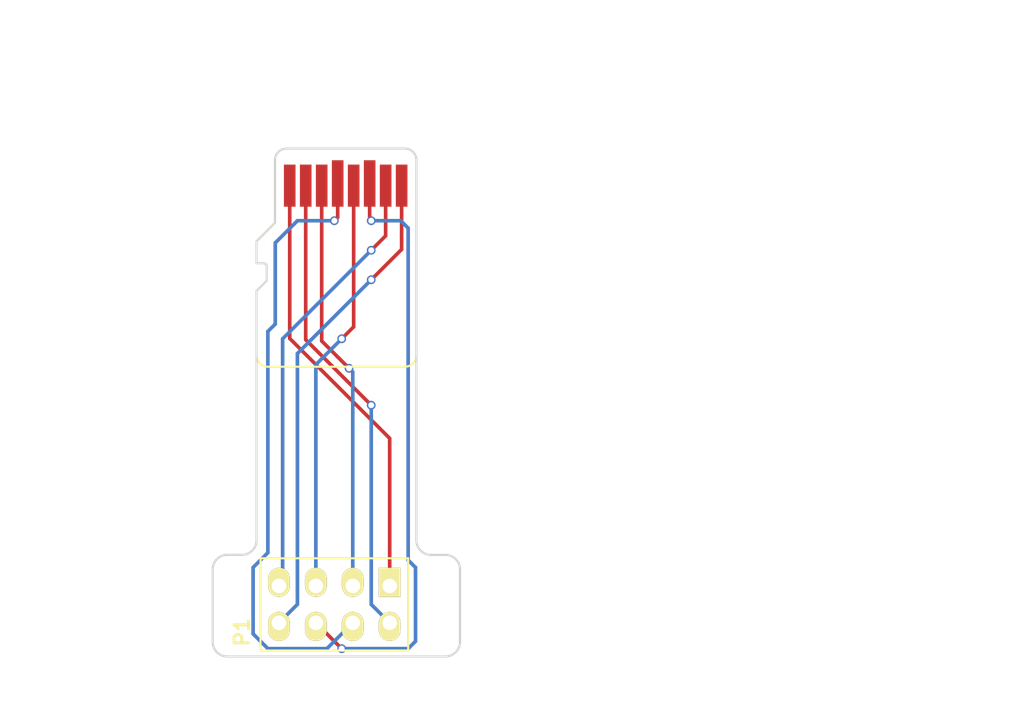
<source format=kicad_pcb>
(kicad_pcb (version 4) (host pcbnew 4.0.2-stable)

  (general
    (links 8)
    (no_connects 0)
    (area 141.924999 89.949937 159.090001 125.075001)
    (thickness 1.6)
    (drawings 38)
    (tracks 55)
    (zones 0)
    (modules 2)
    (nets 9)
  )

  (page A4)
  (title_block
    (title "Micro SD card adapter")
    (date 2016-02-26)
    (rev 1)
    (company SRPOL)
    (comment 1 "Author: Adam Malinowski <a.malinowsk2@partner.samsung.com>")
    (comment 2 "Copyright (c) 2016 Samsung Electronics Co., Ltd All Rights Reserved")
  )

  (layers
    (0 F.Cu signal)
    (31 B.Cu signal)
    (32 B.Adhes user)
    (33 F.Adhes user)
    (34 B.Paste user)
    (35 F.Paste user)
    (36 B.SilkS user)
    (37 F.SilkS user)
    (38 B.Mask user)
    (39 F.Mask user)
    (40 Dwgs.User user)
    (41 Cmts.User user)
    (42 Eco1.User user)
    (43 Eco2.User user)
    (44 Edge.Cuts user)
    (45 Margin user)
    (46 B.CrtYd user)
    (47 F.CrtYd user)
    (48 B.Fab user)
    (49 F.Fab user)
  )

  (setup
    (last_trace_width 0.25)
    (trace_clearance 0.1524)
    (zone_clearance 0.508)
    (zone_45_only no)
    (trace_min 0.1524)
    (segment_width 0.15)
    (edge_width 0.15)
    (via_size 0.6)
    (via_drill 0.4)
    (via_min_size 0.4)
    (via_min_drill 0.3)
    (uvia_size 0.3)
    (uvia_drill 0.1)
    (uvias_allowed no)
    (uvia_min_size 0.2)
    (uvia_min_drill 0.1)
    (pcb_text_width 0.3)
    (pcb_text_size 1.5 1.5)
    (mod_edge_width 0.15)
    (mod_text_size 1 1)
    (mod_text_width 0.15)
    (pad_size 0.8 2.9)
    (pad_drill 0)
    (pad_to_mask_clearance 0.2)
    (aux_axis_origin 0 0)
    (visible_elements FFFFFF7F)
    (pcbplotparams
      (layerselection 0x010f0_80000001)
      (usegerberextensions true)
      (excludeedgelayer true)
      (linewidth 0.200000)
      (plotframeref false)
      (viasonmask false)
      (mode 1)
      (useauxorigin false)
      (hpglpennumber 1)
      (hpglpenspeed 20)
      (hpglpendiameter 15)
      (hpglpenoverlay 2)
      (psnegative false)
      (psa4output false)
      (plotreference true)
      (plotvalue true)
      (plotinvisibletext false)
      (padsonsilk false)
      (subtractmaskfromsilk false)
      (outputformat 1)
      (mirror false)
      (drillshape 0)
      (scaleselection 1)
      (outputdirectory ../../../../../../Desktop/Testing/))
  )

  (net 0 "")
  (net 1 /N8)
  (net 2 /N7)
  (net 3 /N6)
  (net 4 /N5)
  (net 5 /N4)
  (net 6 /N3)
  (net 7 /N2)
  (net 8 /N1)

  (net_class Default "This is the default net class."
    (clearance 0.1524)
    (trace_width 0.25)
    (via_dia 0.6)
    (via_drill 0.4)
    (uvia_dia 0.3)
    (uvia_drill 0.1)
    (add_net /N1)
    (add_net /N2)
    (add_net /N3)
    (add_net /N4)
    (add_net /N5)
    (add_net /N6)
    (add_net /N7)
    (add_net /N8)
  )

  (module connectors:PSB_IDC_4x2 (layer F.Cu) (tedit 57681E36) (tstamp 57681FCA)
    (at 150.368 121.412 180)
    (descr "PINS Box 4x2 2.54")
    (tags "CONN DEV")
    (path /561E0431)
    (fp_text reference P1 (at 6.35 -1.905 270) (layer F.SilkS)
      (effects (font (size 1 1) (thickness 0.2032)))
    )
    (fp_text value CONN_02X04 (at 0 4.445 180) (layer F.SilkS) hide
      (effects (font (size 1 1) (thickness 0.2032)))
    )
    (fp_line (start -5.08 -3.175) (end 5.08 -3.175) (layer F.SilkS) (width 0.15))
    (fp_line (start 5.08 -3.175) (end 5.08 3.175) (layer F.SilkS) (width 0.15))
    (fp_line (start 5.08 3.175) (end -5.08 3.175) (layer F.SilkS) (width 0.15))
    (fp_line (start -5.08 3.175) (end -5.08 -3.175) (layer F.SilkS) (width 0.15))
    (pad 8 thru_hole oval (at 3.81 -1.27 180) (size 1.5 2) (drill 1 (offset 0 -0.25)) (layers *.Cu *.Mask F.SilkS)
      (net 1 /N8))
    (pad 7 thru_hole oval (at 3.81 1.27 180) (size 1.5 2) (drill 1 (offset 0 0.25)) (layers *.Cu *.Mask F.SilkS)
      (net 2 /N7))
    (pad 1 thru_hole rect (at -3.81 1.27 180) (size 1.5 2) (drill 1 (offset 0 0.25)) (layers *.Cu *.Mask F.SilkS)
      (net 8 /N1))
    (pad 2 thru_hole oval (at -3.81 -1.27 180) (size 1.5 2) (drill 1 (offset 0 -0.25)) (layers *.Cu *.Mask F.SilkS)
      (net 7 /N2))
    (pad 3 thru_hole oval (at -1.27 1.27 180) (size 1.5 2) (drill 1 (offset 0 0.25)) (layers *.Cu *.Mask F.SilkS)
      (net 6 /N3))
    (pad 4 thru_hole oval (at -1.27 -1.27 180) (size 1.5 2) (drill 1 (offset 0 -0.25)) (layers *.Cu *.Mask F.SilkS)
      (net 5 /N4))
    (pad 5 thru_hole oval (at 1.27 1.27 180) (size 1.5 2) (drill 1 (offset 0 0.25)) (layers *.Cu *.Mask F.SilkS)
      (net 4 /N5))
    (pad 6 thru_hole oval (at 1.27 -1.27 180) (size 1.5 2) (drill 1 (offset 0 -0.25)) (layers *.Cu *.Mask F.SilkS)
      (net 3 /N6))
  )

  (module connectors:usd (layer F.Cu) (tedit 561E0908) (tstamp 561EEEF7)
    (at 147.3 92.58)
    (path /561E06AA)
    (fp_text reference J1 (at 3.79 2.35) (layer F.SilkS) hide
      (effects (font (size 1 1) (thickness 0.15)))
    )
    (fp_text value usd-plug (at 3.64 -2.55) (layer F.Fab) hide
      (effects (font (size 1 1) (thickness 0.15)))
    )
    (pad 8 smd rect (at 7.7 0) (size 0.8 2.9) (layers F.Cu F.Paste F.Mask)
      (net 1 /N8))
    (pad 7 smd rect (at 6.6 0) (size 0.8 2.9) (layers F.Cu F.Paste F.Mask)
      (net 2 /N7))
    (pad 6 smd rect (at 5.5 -0.15) (size 0.8 3.2) (layers F.Cu F.Paste F.Mask)
      (net 3 /N6))
    (pad 5 smd rect (at 4.4 0) (size 0.8 2.9) (layers F.Cu F.Paste F.Mask)
      (net 4 /N5))
    (pad 4 smd rect (at 3.3 -0.15) (size 0.8 3.2) (layers F.Cu F.Paste F.Mask)
      (net 5 /N4))
    (pad 3 smd rect (at 2.2 0) (size 0.8 2.9) (layers F.Cu F.Paste F.Mask)
      (net 6 /N3))
    (pad 2 smd rect (at 1.1 0) (size 0.8 2.9) (layers F.Cu F.Paste F.Mask)
      (net 7 /N2))
    (pad 1 smd rect (at 0 0) (size 0.8 2.9) (layers F.Cu F.Paste F.Mask)
      (net 8 /N1))
  )

  (gr_line (start 144.015 118) (end 143 118) (angle 90) (layer Edge.Cuts) (width 0.15))
  (gr_line (start 157.015 118.005) (end 158.025 118.005) (angle 90) (layer Edge.Cuts) (width 0.15))
  (gr_arc (start 143 124) (end 143 125) (angle 90) (layer Edge.Cuts) (width 0.15))
  (gr_arc (start 143 119) (end 142 119) (angle 90) (layer Edge.Cuts) (width 0.15))
  (gr_arc (start 158.015 124) (end 159.015 124) (angle 90) (layer Edge.Cuts) (width 0.15))
  (gr_arc (start 158.015 119.005) (end 158.015 118.005) (angle 90) (layer Edge.Cuts) (width 0.15))
  (gr_arc (start 157.015 117.005) (end 157.015 118.005) (angle 90) (layer Edge.Cuts) (width 0.15))
  (gr_line (start 158.015 125) (end 143 125) (angle 90) (layer Edge.Cuts) (width 0.15))
  (gr_line (start 159.015 119.005) (end 159.015 124) (angle 90) (layer Edge.Cuts) (width 0.15))
  (gr_line (start 142 119) (end 142 124) (angle 90) (layer Edge.Cuts) (width 0.15))
  (gr_arc (start 144.015 117) (end 145.015 117) (angle 90) (layer Edge.Cuts) (width 0.15))
  (dimension 17 (width 0.3) (layer Dwgs.User)
    (gr_text "17.000 mm" (at 150.5 130.35) (layer Dwgs.User)
      (effects (font (size 1.5 1.5) (thickness 0.3)))
    )
    (feature1 (pts (xy 159 127) (xy 159 131.7)))
    (feature2 (pts (xy 142 127) (xy 142 131.7)))
    (crossbar (pts (xy 142 129) (xy 159 129)))
    (arrow1a (pts (xy 159 129) (xy 157.873496 129.586421)))
    (arrow1b (pts (xy 159 129) (xy 157.873496 128.413579)))
    (arrow2a (pts (xy 142 129) (xy 143.126504 129.586421)))
    (arrow2b (pts (xy 142 129) (xy 143.126504 128.413579)))
  )
  (dimension 35 (width 0.3) (layer Dwgs.User)
    (gr_text "35.000 mm" (at 133.65 107.5 270) (layer Dwgs.User)
      (effects (font (size 1.5 1.5) (thickness 0.3)))
    )
    (feature1 (pts (xy 147 125) (xy 132.3 125)))
    (feature2 (pts (xy 147 90) (xy 132.3 90)))
    (crossbar (pts (xy 135 90) (xy 135 125)))
    (arrow1a (pts (xy 135 125) (xy 134.413579 123.873496)))
    (arrow1b (pts (xy 135 125) (xy 135.586421 123.873496)))
    (arrow2a (pts (xy 135 90) (xy 134.413579 91.126504)))
    (arrow2b (pts (xy 135 90) (xy 135.586421 91.126504)))
  )
  (gr_line (start 156.4 89.95) (end 157.3 89.6) (layer Cmts.User) (width 0.15))
  (gr_line (start 156.4 89.95) (end 156.75 89.05) (layer Cmts.User) (width 0.15))
  (gr_text "2. Contacts coppered with gold" (at 179.55 83.4) (layer Cmts.User)
    (effects (font (size 1.5 1.5) (thickness 0.1)))
  )
  (gr_line (start 161.65 84.6) (end 197.75 84.6) (layer Cmts.User) (width 0.15))
  (gr_line (start 156.4 89.95) (end 161.65 84.6) (layer Cmts.User) (width 0.15))
  (gr_line (start 156.75 89.55) (end 145.75 89.55) (layer Cmts.User) (width 0.15))
  (gr_line (start 156.75 94.55) (end 156.75 89.55) (layer Cmts.User) (width 0.15))
  (gr_line (start 145.75 94.55) (end 156.75 94.55) (layer Cmts.User) (width 0.15))
  (gr_line (start 145.75 89.55) (end 145.75 94.55) (layer Cmts.User) (width 0.15))
  (gr_text "1. Board thickness: 0.8mm" (at 176.95 80.85) (layer Cmts.User)
    (effects (font (size 1.5 1.5) (thickness 0.1)))
  )
  (gr_line (start 145.82 105.05) (end 155.215 105.05) (angle 90) (layer F.SilkS) (width 0.15) (tstamp 561EF05F))
  (gr_arc (start 145.815 104.25) (end 145.815 105.05) (angle 90) (layer F.SilkS) (width 0.15) (tstamp 561EF059))
  (gr_arc (start 155.215 104.25) (end 156.015 104.25) (angle 90) (layer F.SilkS) (width 0.15) (tstamp 561EF051))
  (gr_arc (start 145.515 98.125) (end 145.715 98.125) (angle -90) (layer Edge.Cuts) (width 0.15))
  (gr_line (start 146.285 95.145) (end 146.285 90.825) (angle 90) (layer Edge.Cuts) (width 0.15))
  (gr_line (start 145.715 99.125) (end 145.015 99.825) (angle 90) (layer Edge.Cuts) (width 0.15))
  (gr_line (start 145.715 98.125) (end 145.715 99.125) (angle 90) (layer Edge.Cuts) (width 0.15))
  (gr_line (start 145.015 97.925) (end 145.515 97.925) (angle 90) (layer Edge.Cuts) (width 0.15))
  (gr_line (start 145.015 96.425) (end 145.015 97.925) (angle 90) (layer Edge.Cuts) (width 0.15))
  (gr_line (start 146.285 95.145) (end 145.015 96.415) (angle 90) (layer Edge.Cuts) (width 0.15))
  (gr_arc (start 147.085 90.825) (end 147.085 90.025) (angle -90) (layer Edge.Cuts) (width 0.15))
  (gr_arc (start 155.215 90.825) (end 156.015 90.815) (angle -90) (layer Edge.Cuts) (width 0.15))
  (gr_line (start 156.015 117) (end 156.015 90.825) (angle 90) (layer Edge.Cuts) (width 0.15))
  (gr_line (start 145.015 99.825) (end 145.015 117) (angle 90) (layer Edge.Cuts) (width 0.15))
  (gr_line (start 155.215 90.025) (end 147.085 90.025) (angle 90) (layer Edge.Cuts) (width 0.15))

  (segment (start 155 92.58) (end 155 96.968) (width 0.25) (layer F.Cu) (net 1) (status 400000))
  (segment (start 147.828 121.412) (end 146.558 122.682) (width 0.25) (layer B.Cu) (net 1) (tstamp 5790EC97) (status 800000))
  (segment (start 147.828 104.14) (end 147.828 121.412) (width 0.25) (layer B.Cu) (net 1) (tstamp 5790EC95))
  (segment (start 152.908 99.06) (end 147.828 104.14) (width 0.25) (layer B.Cu) (net 1) (tstamp 5790EC94))
  (via (at 152.908 99.06) (size 0.6) (drill 0.4) (layers F.Cu B.Cu) (net 1))
  (segment (start 155 96.968) (end 152.908 99.06) (width 0.25) (layer F.Cu) (net 1) (tstamp 5790EC8E))
  (segment (start 153.9 92.58) (end 153.9 96.036) (width 0.25) (layer F.Cu) (net 2) (status 400000))
  (segment (start 146.812 103.124) (end 146.812 119.888) (width 0.25) (layer B.Cu) (net 2) (tstamp 5790EC75) (status 800000))
  (segment (start 152.908 97.028) (end 146.812 103.124) (width 0.25) (layer B.Cu) (net 2) (tstamp 5790EC74))
  (via (at 152.908 97.028) (size 0.6) (drill 0.4) (layers F.Cu B.Cu) (net 2))
  (segment (start 153.9 96.036) (end 152.908 97.028) (width 0.25) (layer F.Cu) (net 2) (tstamp 5790EC6F))
  (segment (start 146.812 119.888) (end 146.558 120.142) (width 0.25) (layer B.Cu) (net 2) (tstamp 5790EC83) (status C00000))
  (segment (start 152.8 92.43) (end 152.8 94.888) (width 0.25) (layer F.Cu) (net 3) (status 400000))
  (segment (start 150.876 124.46) (end 149.098 122.682) (width 0.25) (layer F.Cu) (net 3) (tstamp 5790EB73) (status 800000))
  (via (at 150.876 124.46) (size 0.6) (drill 0.4) (layers F.Cu B.Cu) (net 3))
  (segment (start 155.448 124.46) (end 150.876 124.46) (width 0.25) (layer B.Cu) (net 3) (tstamp 5790EB6E))
  (segment (start 155.956 123.952) (end 155.448 124.46) (width 0.25) (layer B.Cu) (net 3) (tstamp 5790EB6C))
  (segment (start 155.956 118.872) (end 155.956 123.952) (width 0.25) (layer B.Cu) (net 3) (tstamp 5790EB65))
  (segment (start 155.448 118.364) (end 155.956 118.872) (width 0.25) (layer B.Cu) (net 3) (tstamp 5790EB5F))
  (segment (start 155.448 95.504) (end 155.448 118.364) (width 0.25) (layer B.Cu) (net 3) (tstamp 5790EB5D))
  (segment (start 154.94 94.996) (end 155.448 95.504) (width 0.25) (layer B.Cu) (net 3) (tstamp 5790EB5A))
  (segment (start 152.908 94.996) (end 154.94 94.996) (width 0.25) (layer B.Cu) (net 3) (tstamp 5790EB59))
  (via (at 152.908 94.996) (size 0.6) (drill 0.4) (layers F.Cu B.Cu) (net 3))
  (segment (start 152.8 94.888) (end 152.908 94.996) (width 0.25) (layer F.Cu) (net 3) (tstamp 5790EB52))
  (segment (start 151.7 92.58) (end 151.7 102.3) (width 0.25) (layer F.Cu) (net 4) (status 400000))
  (segment (start 149.098 104.902) (end 149.098 120.142) (width 0.25) (layer B.Cu) (net 4) (tstamp 5790EC57) (status 800000))
  (segment (start 150.876 103.124) (end 149.098 104.902) (width 0.25) (layer B.Cu) (net 4) (tstamp 5790EC56))
  (via (at 150.876 103.124) (size 0.6) (drill 0.4) (layers F.Cu B.Cu) (net 4))
  (segment (start 151.7 102.3) (end 150.876 103.124) (width 0.25) (layer F.Cu) (net 4) (tstamp 5790EC4A))
  (segment (start 146.304 96.52) (end 146.304 102.108) (width 0.25) (layer B.Cu) (net 5))
  (segment (start 150.6 94.764) (end 150.368 94.996) (width 0.25) (layer F.Cu) (net 5) (tstamp 5790EB15))
  (via (at 150.368 94.996) (size 0.6) (drill 0.4) (layers F.Cu B.Cu) (net 5))
  (segment (start 150.368 94.996) (end 147.828 94.996) (width 0.25) (layer B.Cu) (net 5) (tstamp 5790EB1B))
  (segment (start 147.828 94.996) (end 146.304 96.52) (width 0.25) (layer B.Cu) (net 5) (tstamp 5790EB1C))
  (segment (start 144.78 118.872) (end 144.78 123.444) (width 0.25) (layer B.Cu) (net 5) (tstamp 5790EB28))
  (segment (start 144.78 123.444) (end 145.796 124.46) (width 0.25) (layer B.Cu) (net 5) (tstamp 5790EB2B))
  (segment (start 145.796 124.46) (end 149.86 124.46) (width 0.25) (layer B.Cu) (net 5) (tstamp 5790EB2D))
  (segment (start 151.638 122.682) (end 149.86 124.46) (width 0.25) (layer B.Cu) (net 5) (tstamp 5790EB2F) (status 400000))
  (segment (start 150.6 94.764) (end 150.6 92.43) (width 0.25) (layer F.Cu) (net 5) (status 800000))
  (segment (start 145.796 117.856) (end 144.78 118.872) (width 0.25) (layer B.Cu) (net 5) (tstamp 5790ECB0))
  (segment (start 145.796 102.616) (end 145.796 117.856) (width 0.25) (layer B.Cu) (net 5) (tstamp 5790ECAC))
  (segment (start 146.304 102.108) (end 145.796 102.616) (width 0.25) (layer B.Cu) (net 5) (tstamp 5790ECAA))
  (segment (start 149.5 92.58) (end 149.5 103.272) (width 0.25) (layer F.Cu) (net 6) (status 400000))
  (segment (start 151.638 105.41) (end 151.638 120.142) (width 0.25) (layer B.Cu) (net 6) (tstamp 5790EBC5) (status 800000))
  (segment (start 151.384 105.156) (end 151.638 105.41) (width 0.25) (layer B.Cu) (net 6) (tstamp 5790EBC4))
  (via (at 151.384 105.156) (size 0.6) (drill 0.4) (layers F.Cu B.Cu) (net 6))
  (segment (start 149.5 103.272) (end 151.384 105.156) (width 0.25) (layer F.Cu) (net 6) (tstamp 5790EBB9))
  (segment (start 148.4 92.58) (end 148.4 103.188) (width 0.25) (layer F.Cu) (net 7) (status 400000))
  (segment (start 152.908 121.412) (end 154.178 122.682) (width 0.25) (layer B.Cu) (net 7) (tstamp 5790EBB1) (status 800000))
  (segment (start 152.908 107.696) (end 152.908 121.412) (width 0.25) (layer B.Cu) (net 7) (tstamp 5790EBB0))
  (via (at 152.908 107.696) (size 0.6) (drill 0.4) (layers F.Cu B.Cu) (net 7))
  (segment (start 148.4 103.188) (end 152.908 107.696) (width 0.25) (layer F.Cu) (net 7) (tstamp 5790EBA6))
  (segment (start 147.3 92.58) (end 147.3 103.104) (width 0.25) (layer F.Cu) (net 8) (status 400000))
  (segment (start 154.178 109.982) (end 154.178 120.142) (width 0.25) (layer F.Cu) (net 8) (tstamp 5790EBA2) (status 800000))
  (segment (start 147.3 103.104) (end 154.178 109.982) (width 0.25) (layer F.Cu) (net 8) (tstamp 5790EB97))

)

</source>
